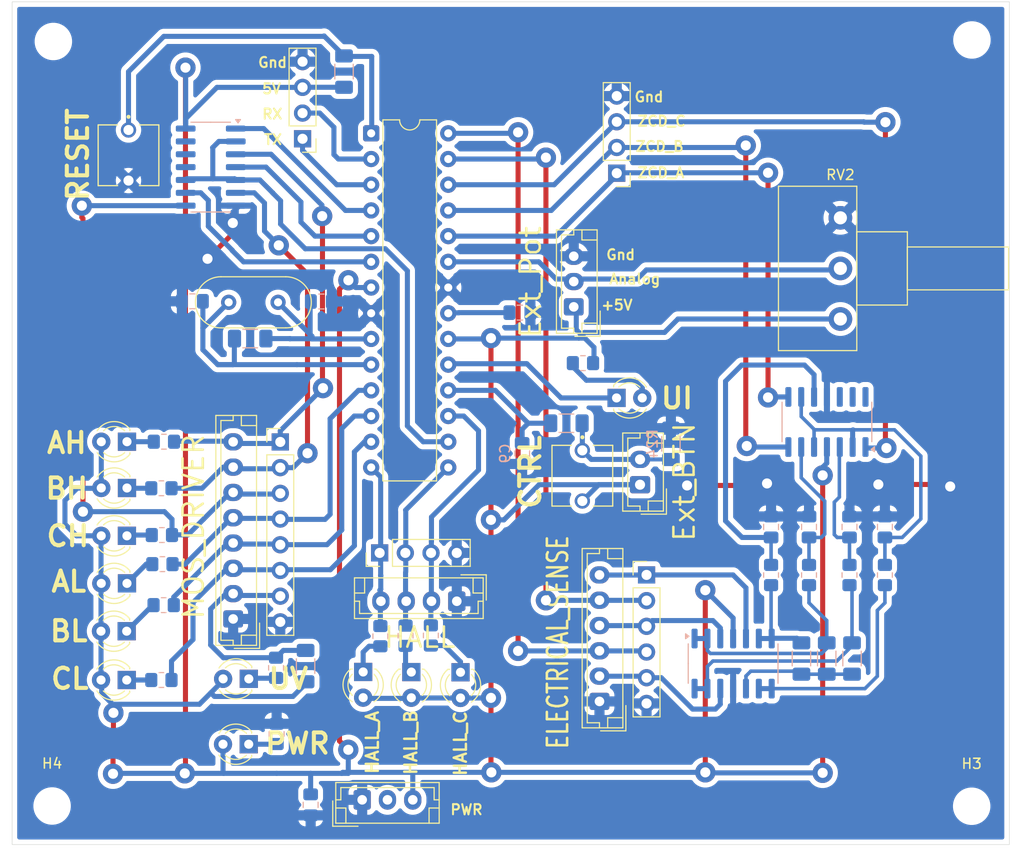
<source format=kicad_pcb>
(kicad_pcb (version 20241229) (generator "pcbnew") (generator_version "9.0")
  (layers (0 "F.Cu" signal) (2 "B.Cu" signal) (13 "F.Paste" user) (15 "B.Paste" user) (5 "F.SilkS" user "F.Silkscreen") (7 "B.SilkS" user "B.Silkscreen") (1 "F.Mask" user) (3 "B.Mask" user) (25 "Edge.Cuts" user))
  (net 0 "")
  (net 1 "GND")
  (net 2 "Net-(U1-XTAL1{slash}PB6)")
  (net 3 "Net-(U1-XTAL2{slash}PB7)")
  (net 4 "VN_voltageBuffFilt")
  (net 5 "AREF")
  (net 6 "Net-(D1-A)")
  (net 7 "Net-(D1-K)")
  (net 8 "HallA")
  (net 9 "Net-(D2-K)")
  (net 10 "Net-(D3-K)")
  (net 11 "HallC")
  (net 12 "HallB")
  (net 13 "Net-(D4-K)")
  (net 14 "Net-(D5-K)")
  (net 15 "Net-(D6-K)")
  (net 16 "Fault")
  (net 17 "PhaseC voltage")
  (net 18 "PhaseA current")
  (net 19 "PhaseB current")
  (net 20 "PhaseA voltage")
  (net 21 "PhaseB voltage")
  (net 22 "+5V")
  (net 23 "+3.3V")
  (net 24 "{slash}Logic_BL")
  (net 25 "{slash}Logic_CH")
  (net 26 "{slash}Logic_BH")
  (net 27 "{slash}Logic_CL")
  (net 28 "{slash}Logic_AH")
  (net 29 "{slash}Logic_AL")
  (net 30 "emfZCD_A")
  (net 31 "emfZCD_B")
  (net 32 "emfZCS_C")
  (net 33 "TX")
  (net 34 "RX")
  (net 35 "pot")
  (net 36 "Net-(U1-~{RESET}{slash}PC6)")
  (net 37 "AG_voltageBuff")
  (net 38 "VN")
  (net 39 "CG_voltageBuff")
  (net 40 "BG_voltageBuff")
  (net 41 "speed")
  (net 42 "MCU_AH")
  (net 43 "MCU_BH")
  (net 44 "MCU_CH")
  (net 48 "Net-(U3C--)")
  (net 49 "Net-(D7-K)")
  (net 50 "Net-(D8-K)")
  (net 51 "Net-(D9-K)")
  (net 52 "Net-(D10-K)")
  (net 53 "Net-(D11-K)")
  (net 54 "Net-(D12-K)")
  (net 55 "Net-(U2B--)")
  (net 56 "Net-(U2A-+)")
  (net 57 "Net-(U2C-+)")
  (net 58 "unconnected-(U2D---Pad13)")
  (net 61 "CTRL_BUTT")
  (net 62 "Net-(J13-Pin_2)")
  (footprint "Connector_PinHeader_2.54mm:PinHeader_1x08_P2.54mm_Vertical" (layer "F.Cu") (at 50.3575 64.935)
    (property "Reference" "J5" (hide yes))
    (property "Value" "Conn_01x08_Pin" (hide yes))
  )
  (footprint "LED_THT:LED_D3.0mm" (layer "F.Cu") (at 47.2375 94.805 180)
    (property "Reference" "D5" (hide yes))
    (property "Value" "PWR")
  )
  (footprint "LED_THT:LED_D3.0mm" (layer "F.Cu") (at 35.2075 64.91 180)
    (property "Reference" "D7" (hide yes))
    (property "Value" "AH")
  )
  (footprint "libMain:SW_BUTT-2" (layer "F.Cu") (at 35.3575 36.605 -90)
    (property "Reference" "SW1" (hide yes))
    (property "Value" "RESET")
  )
  (footprint "Connector_JST:JST_EH_B4B-EH-A_1x04_P2.50mm_Vertical" (layer "F.Cu") (at 67.8 80.675 180)
    (property "Reference" "J1" (hide yes))
    (property "Value" "Conn_01x04_Socket")
  )
  (footprint "Connector_JST:JST_EH_B6B-EH-A_1x06_P2.50mm_Vertical" (layer "F.Cu") (at 81.9 90.575 90)
    (property "Reference" "J2" (hide yes))
    (property "Value" "Conn_01x06_Socket")
  )
  (footprint "LED_THT:LED_D3.0mm" (layer "F.Cu") (at 35.1775 83.635 180)
    (property "Reference" "D11" (hide yes))
    (property "Value" "BL")
  )
  (footprint "Connector_PinHeader_2.54mm:PinHeader_1x04_P2.54mm_Vertical" (layer "F.Cu") (at 83.6075 38.375 180)
    (property "Reference" "J8" (hide yes))
    (property "Value" "Conn_01x04_Pin")
  )
  (footprint "Connector_PinHeader_2.54mm:PinHeader_1x04_P2.54mm_Vertical" (layer "F.Cu") (at 60.175 75.9 90)
    (property "Reference" "J6" (hide yes))
    (property "Value" "Conn_01x04_Pin")
  )
  (footprint "Crystal:Crystal_HC49-4H_Vertical" (layer "F.Cu") (at 45.2575 51.135)
    (property "Reference" "Y2" (hide yes))
    (property "Value" "Crystal")
  )
  (footprint "Connector_PinHeader_2.54mm:PinHeader_1x06_P2.54mm_Vertical" (layer "F.Cu") (at 86.5525 78.075)
    (property "Reference" "J7" (hide yes))
    (property "Value" "Conn_01x06_Pin")
  )
  (footprint "LED_THT:LED_D3.0mm" (layer "F.Cu") (at 35.1825 88.46 180)
    (property "Reference" "D12" (hide yes))
    (property "Value" "CL")
  )
  (footprint "Potentiometer_THT:Potentiometer_Piher_T-16H_Single_Horizontal" (layer "F.Cu") (at 105.7075 52.785)
    (property "Reference" "RV2")
    (property "Value" "R_Potentiometer")
  )
  (footprint "Package_DIP:DIP-28_W7.62mm" (layer "F.Cu") (at 59.3375 34.435)
    (property "Reference" "U1" (hide yes))
    (property "Value" "ATmega328P-P")
  )
  (footprint "Connector_JST:JST_EH_B3B-EH-A_1x03_P2.50mm_Vertical" (layer "F.Cu") (at 79.3575 51.585 90)
    (property "Reference" "J10" (hide yes))
    (property "Value" "Conn_01x03_Socket")
  )
  (footprint "MountingHole:MountingHole_3.2mm_M3" (layer "F.Cu") (at 27.9325 25.36)
    (property "Reference" "H1" (hide yes))
    (property "Value" "MountingHole")
  )
  (footprint "MountingHole:MountingHole_3.2mm_M3" (layer "F.Cu") (at 118.6825 100.935)
    (property "Reference" "H3")
    (property "Value" "MountingHole")
  )
  (footprint "Connector_PinHeader_2.54mm:PinHeader_1x04_P2.54mm_Vertical" (layer "F.Cu") (at 52.5575 34.975 180)
    (property "Reference" "J9" (hide yes))
    (property "Value" "Conn_01x04_Pin")
  )
  (footprint "Connector_JST:JST_EH_B2B-EH-A_1x02_P2.50mm_Vertical" (layer "F.Cu") (at 85.9075 69.16 90)
    (property "Reference" "J13" (hide yes))
    (property "Value" "CTRL")
  )
  (footprint "LED_THT:LED_D3.0mm" (layer "F.Cu") (at 35.2075 69.485 180)
    (property "Reference" "D8" (hide yes))
    (property "Value" "BH")
  )
  (footprint "Connector_JST:JST_EH_B3B-EH-A_1x03_P2.50mm_Vertical" (layer "F.Cu") (at 58.45 100.3)
    (property "Reference" "J3" (hide yes))
    (property "Value" "Conn_01x03_Socket")
  )
  (footprint "LED_THT:LED_D3.0mm" (layer "F.Cu") (at 63.3075 87.675 -90)
    (property "Reference" "D4" (hide yes))
    (property "Value" "HALL_B")
  )
  (footprint "Connector_JST:JST_EH_B8B-EH-A_1x08_P2.50mm_Vertical" (layer "F.Cu") (at 45.7 82.425 90)
    (property "Reference" "J4" (hide yes))
    (property "Value" "Conn_01x08_Socket")
  )
  (footprint "LED_THT:LED_D3.0mm" (layer "F.Cu") (at 47.2475 88.345 180)
    (property "Reference" "D6" (hide yes))
    (property "Value" "UV")
  )
  (footprint "libMain:SW_BUTT-2" (layer "F.Cu") (at 80.2075 68.2705 -90)
    (property "Reference" "SW3" (hide yes))
    (property "Value" "CTRL")
  )
  (footprint "MountingHole:MountingHole_3.2mm_M3" (layer "F.Cu") (at 118.7075 25.21)
    (property "Reference" "H2" (hide yes))
    (property "Value" "MountingHole")
  )
  (footprint "LED_THT:LED_D3.0mm" (layer "F.Cu") (at 83.5875 60.585)
    (property "Reference" "D1" (hide yes))
    (property "Value" "UI")
  )
  (footprint "LED_THT:LED_D3.0mm" (layer "F.Cu") (at 35.2075 78.91 180)
    (property "Reference" "D10" (hide yes))
    (property "Value" "AL")
  )
  (footprint "LED_THT:LED_D3.0mm" (layer "F.Cu") (at 35.2025 74.21 180)
    (property "Reference" "D9" (hide yes))
    (property "Value" "CH")
  )
  (footprint "LED_THT:LED_D3.0mm" (layer "F.Cu") (at 58.5475 87.665 -90)
    (property "Reference" "D2" (hide yes))
    (property "Value" "HALL_A")
  )
  (footprint "MountingHole:MountingHole_3.2mm_M3" (layer "F.Cu") (at 27.8075 100.91)
    (property "Reference" "H4")
    (property "Value" "MountingHole")
  )
  (footprint "LED_THT:LED_D3.0mm" (layer "F.Cu") (at 68.1675 87.695 -90)
    (property "Reference" "D3" (hide yes))
    (property "Value" "HALL_C")
  )
  (footprint "Resistor_SMD:R_1206_3216Metric_Pad1.30x1.75mm_HandSolder" (layer "B.Cu") (at 101.8575 86.335 -90)
    (property "Reference" "R3" (hide yes))
    (property "Value" "10k")
  )
  (footprint "Resistor_SMD:R_1206_3216Metric_Pad1.30x1.75mm_HandSolder" (layer "B.Cu") (at 52.8575 87.085 90)
    (property "Reference" "R22" (hide yes))
    (property "Value" "10k")
  )
  (footprint "Capacitor_SMD:C_0805_2012Metric_Pad1.18x1.45mm_HandSolder" (layer "B.Cu") (at 110.1075 73.335 90)
    (property "Reference" "C3" (hide yes))
    (property "Value" "1u")
  )
  (footprint "Capacitor_SMD:C_0805_2012Metric_Pad1.18x1.45mm_HandSolder" (layer "B.Cu") (at 98.8575 73.335 90)
    (property "Reference" "C4" (hide yes))
    (property "Value" "1u")
  )
  (footprint "Capacitor_SMD:C_0805_2012Metric_Pad1.18x1.45mm_HandSolder" (layer "B.Cu") (at 102.6075 73.335 90)
    (property "Reference" "C5" (hide yes))
    (property "Value" "1u")
  )
  (footprint "Resistor_SMD:R_0805_2012Metric_Pad1.20x1.40mm_HandSolder" (layer "B.Cu") (at 102.6075 78.085 90)
    (property "Reference" "R8" (hide yes))
    (property "Value" "220")
  )
  (footprint "Capacitor_SMD:C_0805_2012Metric_Pad1.18x1.45mm_HandSolder" (layer "B.Cu") (at 54.4175 51.055)
    (property "Reference" "C1" (hide yes))
    (property "Value" "22p")
  )
  (footprint "Capacitor_SMD:C_0805_2012Metric_Pad1.18x1.45mm_HandSolder" (layer "B.Cu") (at 41.67 51.035 180)
    (property "Reference" "C2" (hide yes))
    (property "Value" "22p")
  )
  (footprint "Resistor_SMD:R_1206_3216Metric_Pad1.30x1.75mm_HandSolder" (layer "B.Cu") (at 106.8575 86.335 90)
    (property "Reference" "R4" (hide yes))
    (property "Value" "10k")
  )
  (footprint "Resistor_SMD:R_0805_2012Metric_Pad1.20x1.40mm_HandSolder" (layer "B.Cu") (at 49.9975 93.785 90)
    (property "Reference" "R14" (hide yes))
    (property "Value" "1k")
  )
  (footprint "Resistor_SMD:R_0805_2012Metric_Pad1.20x1.40mm_HandSolder" (layer "B.Cu") (at 62.7375 84.085 90)
    (property "Reference" "R12" (hide yes))
    (property "Value" "1k")
  )
  (footprint "Resistor_SMD:R_0805_2012Metric_Pad1.20x1.40mm_HandSolder" (layer "B.Cu") (at 38.8325 81.06)
    (property "Reference" "R20" (hide yes))
    (property "Value" "1k")
  )
  (footprint "Resistor_SMD:R_0805_2012Metric_Pad1.20x1.40mm_HandSolder" (layer "B.Cu") (at 38.8575 64.91)
    (property "Reference" "R16" (hide yes))
    (property "Value" "1k")
  )
  (footprint "Resistor_SMD:R_1206_3216Metric_Pad1.30x1.75mm_HandSolder" (layer "B.Cu") (at 104.3575 86.335 90)
    (property "Reference" "R5" (hide yes))
    (property "Value" "10k")
  )
  (footprint "Resistor_SMD:R_0805_2012Metric_Pad1.20x1.40mm_HandSolder" (layer "B.Cu") (at 80.2675 57.145 180)
    (property "Reference" "R10" (hide yes))
    (property "Value" "1k")
  )
  (footprint "Resistor_SMD:R_0805_2012Metric_Pad1.20x1.40mm_HandSolder" (layer "B.Cu") (at 98.8575 78.085 90)
    (property "Reference" "R7" (hide yes))
    (property "Value" "220")
  )
  (footprint "Resistor_SMD:R_0805_2012Metric_Pad1.20x1.40mm_HandSolder" (layer "B.Cu") (at 38.6075 88.46)
    (property "Reference" "R21" (hide yes))
    (property "Value" "1k")
  )
  (footprint "Package_SO:SOIC-14_3.9x8.7mm_P1.27mm" (layer "B.Cu") (at 43.4825 37.775 180)
    (property "Reference" "U4" (hide yes))
    (property "Value" "7400")
  )
  (footprint "Resistor_SMD:R_0805_2012Metric_Pad1.20x1.40mm_HandSolder" (layer "B.Cu") (at 38.7075 77.01)
    (property "Reference" "R19" (hide yes))
    (property "Value" "1k")
  )
  (footprint "Resistor_SMD:R_0805_2012Metric_Pad1.20x1.40mm_HandSolder" (layer "B.Cu") (at 60.2475 84.125 90)
    (property "Reference" "R13" (hide yes))
    (property "Value" "1k")
  )
  (footprint "Resistor_SMD:R_0805_2012Metric_Pad1.20x1.40mm_HandSolder" (layer "B.Cu") (at 106.6075 78.085 90)
    (property "Reference" "R9" (hide yes))
    (property "Value" "220")
  )
  (footprint "Capacitor_SMD:C_0805_2012Metric_Pad1.18x1.45mm_HandSolder" (layer "B.Cu") (at 74.0375 52.155)
    (property "Reference" "C7" (hide yes))
    (property "Value" "1u")
  )
  (footprint "Resistor_SMD:R_0805_2012Metric_Pad1.20x1.40mm_HandSolder" (layer "B.Cu") (at 110.1075 78.085 90)
    (property "Reference" "R6" (hide yes))
    (property "Value" "220")
  )
  (footprint "Capacitor_SMD:C_0805_2012Metric_Pad1.18x1.45mm_HandSolder" (layer "B.Cu") (at 106.6075 73.335 90)
    (property "Reference" "C6" (hide yes))
    (property "Value" "1u")
  )
  (footprint "Resistor_SMD:R_1206_3216Metric_Pad1.30x1.75mm_HandSolder" (layer "B.Cu") (at 88.9575 65.12 -90)
    (property "Reference" "R24")
    (property "Value" "10k")
  )
  (footprint "Package_SO:SOIC-14_3.9x8.7mm_P1.27mm" (layer "B.Cu") (at 95.1075 86.835 -90)
    (property "Reference" "U3" (hide yes))
    (property "Value" "LM324")
  )
  (footprint "Capacitor_SMD:C_0805_2012Metric_Pad1.18x1.45mm_HandSolder" (layer "B.Cu") (at 53.3575 100.7975 -90)
    (property "Reference" "C8" (hide yes))
    (property "Value" "10u")
  )
  (footprint "Capacitor_SMD:C_0805_2012Metric_Pad1.18x1.45mm_HandSolder" (layer "B.Cu") (at 74.2575 66.0725 -90)
    (property "Reference" "C9")
    (property "Value" "100n")
  )
  (footprint "Resistor_SMD:R_1206_3216Metric_Pad1.30x1.75mm_HandSolder" (layer "B.Cu") (at 56.6575 28.335 90)
    (property "Reference" "R2" (hide yes))
    (property "Value" "10k")
  )
  (footprint "Resistor_SMD:R_0805_2012Metric_Pad1.20x1.40mm_HandSolder" (layer "B.Cu") (at 49.9375 87.255 90)
    (property "Reference" "R15" (hide yes))
    (property "Value" "1k")
  )
  (footprint "Resistor_SMD:R_0805_2012Metric_Pad1.20x1.40mm_HandSolder" (layer "B.Cu") (at 38.6075 69.51)
    (property "Reference" "R17" (hide yes))
    (property "Value" "1k")
  )
  (footprint "Resistor_SMD:R_0805_2012Metric_Pad1.20x1.40mm_HandSolder" (layer "B.Cu") (at 38.6575 74.135)
    (property "Reference" "R18" (hide yes))
    (property "Value" "1k")
  )
  (footprint "Resistor_SMD:R_0805_2012Metric_Pad1.20x1.40mm_HandSolder" (layer "B.Cu") (at 65.2375 84.055 90)
    (property "Reference" "R11" (hide yes))
    (property "Value" "1k")
  )
  (footprint "Resistor_SMD:R_1206_3216Metric_Pad1.30x1.75mm_HandSolder" (layer "B.Cu") (at 78.6325 63.085)
    (property "Reference" "R23" (hide yes))
    (property "Value" "10k")
  )
  (footprint "Resistor_SMD:R_1206_3216Metric_Pad1.30x1.75mm_HandSolder" (layer "B.Cu") (at 47.3825 54.72 180)
    (property "Reference" "R1" (hide yes))
    (property "Value" "1M")
  )
  (footprint "Package_SO:SOIC-14_3.9x8.7mm_P1.27mm" (layer "B.Cu") (at 104.3775 62.96 90)
    (property "Reference" "U2" (hide yes))
    (property "Value" "LM324")
  )
  (gr_rect (start 23.8575 21.44) (end 122.4075 104.72) (stroke (width 0.05)) (fill no) (layer "Edge.Cuts"))
  (gr_text "RX" (at 48.4575 33.12 0) (layer "F.SilkS") (effects (font (size 1 1) (thickness 0.2) (bold yes)) (justify left bottom)))
  (gr_text "TX" (at 48.6575 35.64 0) (layer "F.SilkS") (effects (font (size 1 1) (thickness 0.2) (bold yes)) (justify left bottom)))
  (gr_text "Analog" (at 82.7575 49.42 0) (layer "F.SilkS") (effects (font (size 1 1) (thickness 0.2) (bold yes)) (justify left bottom)))
  (gr_text "ZCD_C" (at 85.5575 33.82 0) (layer "F.SilkS") (effects (font (size 1 1) (thickness 0.2) (bold yes)) (justify left bottom)))
  (gr_text "Gnd" (at 82.4575 47.02 0) (layer "F.SilkS") (effects (font (size 1 1) (thickness 0.2) (bold yes)) (justify left bottom)))
  (gr_text "5V" (at 48.4575 30.62 0) (layer "F.SilkS") (effects (font (size 1 1) (thickness 0.2) (bold yes)) (justify left bottom)))
  (gr_text "ZCD_A\n" (at 85.5575 38.92 0) (layer "F.SilkS") (effects (font (size 1 1) (thickness 0.2) (bold yes)) (justify left bottom)))
  (gr_text "Ext_BTN" (at 91.4575 74.92 90) (layer "F.SilkS") (effects (font (size 2 2) (thickness 0.25)) (justify left bottom)))
  (gr_text "Ext_Pot" (at 76.2575 54.82 90) (layer "F.SilkS") (effects (font (size 2 2) (thickness 0.25)) (justify left bottom)))
  (gr_text "ZCD_B" (at 85.3575 36.32 0) (layer "F.SilkS") (effects (font (size 1 1) (thickness 0.2) (bold yes)) (justify left bottom)))
  (gr_text "Gnd" (at 85.2575 31.42 0) (layer "F.SilkS") (effects (font (size 1 1) (thickness 0.2) (bold yes)) (justify left bottom)))
  (gr_text "PWR" (at 67.0575 101.86 0) (layer "F.SilkS") (effects (font (size 1 1) (thickness 0.2) (bold yes)) (justify left bottom)))
  (gr_text "Gnd" (at 48.0575 28.02 0) (layer "F.SilkS") (effects (font (size 1 1) (thickness 0.2) (bold yes)) (justify left bottom)))
  (gr_text "ELECTRICAL_SENSE" (at 78.9575 95.42 90) (layer "F.SilkS") (effects (font (size 2 1.5) (thickness 0.25)) (justify left bottom)))
  (gr_text "HALL" (at 60.4575 85.42 0) (layer "F.SilkS") (effects (font (size 2 2) (thickness 0.25)) (justify left bottom)))
  (gr_text "+5V" (at 81.9675 51.995 0) (layer "F.SilkS") (effects (font (size 1 1) (thickness 0.2) (bold yes)) (justify left bottom)))
  (gr_text "MOS_DRIVER" (at 42.9575 82.62 90) (layer "F.SilkS") (effects (font (size 2 2) (thickness 0.25)) (justify left bottom)))
  (segment (start 90.5575 69.235) (end 98.2575 69.235) (width 0.5) (layer "F.Cu") (net 1))
  (segment (start 109.4575 69.135) (end 116.3575 69.135) (width 0.5) (layer "F.Cu") (net 1))
  (segment (start 116.3575 69.135) (end 116.5575 69.335) (width 0.5) (layer "F.Cu") (net 1))
  (segment (start 45.6675 44.335) (end 43.1675 46.835) (width 0.5) (layer "F.Cu") (net 1))
  (segment (start 98.2575 69.235) (end 98.4575 69.035) (width 0.5) (layer "F.Cu") (net 1))
  (segment (start 45.6675 43.295) (end 45.6675 44.335) (width 0.5) (layer "F.Cu") (net 1))
  (via (at 98.4575 69.035) (size 2) (drill 1) (layers "F.Cu" "B.Cu") (net 1))
  (via (at 43.1675 46.835) (size 2) (drill 1) (layers "F.Cu" "B.Cu") (net 1))
  (via (at 45.6675 43.295) (size 2) (drill 1) (layers "F.Cu" "B.Cu") (net 1))
  (via (at 90.5575 69.235) (size 2) (drill 1) (layers "F.Cu" "B.Cu") (net 1))
  (via (at 116.5575 69.335) (size 2) (drill 1) (layers "F.Cu" "B.Cu") (net 1))
  (via (at 109.4575 69.135) (size 2) (drill 1) (layers "F.Cu" "B.Cu") (net 1))
  (segment (start 86.3625 90.585) (end 86.5525 90.775) (width 0.5) (layer "B.Cu") (net 1))
  (segment (start 82.3125 90.585) (end 86.3625 90.585) (width 0.5) (layer "B.Cu") (net 1))
  (segment (start 45.6675 42.23) (end 46.3125 41.585) (width 0.5) (layer "B.Cu") (net 1))
  (segment (start 45.6675 43.295) (end 45.6675 42.23) (width 0.5) (layer "B.Cu") (net 1))
  (segment (start 53.515 54.755) (end 53.495 54.735) (width 0.5) (layer "B.Cu") (net 2))
  (segment (start 53.3075 54.5475) (end 53.495 54.735) (width 0.5) (layer "B.Cu") (net 2))
  (segment (start 53.3075 51.035) (end 53.3075 54.5475) (width 0.5) (layer "B.Cu") (net 2))
  (segment (start 53.495 54.4925) (end 50.1375 51.135) (width 0.5) (layer "B.Cu") (net 2))
  (segment (start 51.2925 54.72) (end 51.3075 54.735) (width 0.5) (layer "B.Cu") (net 2))
  (segment (start 53.495 54.735) (end 53.495 54.4925) (width 0.5) (layer "B.Cu") (net 2))
  (segment (start 48.9325 54.72) (end 51.2925 54.72) (width 0.5) (layer "B.Cu") (net 2))
  (segment (start 51.3075 54.735) (end 53.495 54.735) (width 0.5) (layer "B.Cu") (net 2))
  (segment (start 59.3375 54.755) (end 53.515 54.755) (width 0.5) (layer "B.Cu") (net 2))
  (segment (start 45.6825 57.295) (end 44.18 57.295) (width 0.5) (layer "B.Cu") (net 3))
  (segment (start 45.8175 54.735) (end 45.8175 57.16) (width 0.5) (layer "B.Cu") (net 3))
  (segment (start 45.0575 50.935) (end 45.2575 51.135) (width 0.5) (layer "B.Cu") (net 3))
  (segment (start 44.18 57.295) (end 42.7075 55.8225) (width 0.5) (layer "B.Cu") (net 3))
  (segment (start 51.9975 57.295) (end 44.18 57.295) (width 0.5) (layer "B.Cu") (net 3))
  (segment (start 42.7075 53.6475) (end 42.7075 51.035) (width 0.5) (layer "B.Cu") (net 3))
  (segment (start 45.8325 54.72) (end 45.8175 54.735) (width 0.5) (layer "B.Cu") (net 3))
  (segment (start 45.8175 57.16) (end 45.6825 57.295) (width 0.5) (layer "B.Cu") (net 3))
  (segment (start 42.7075 53.685) (end 45.2575 51.135) (width 0.5) (layer "B.Cu") (net 3))
  (segment (start 42.7075 55.8225) (end 42.7075 53.685) (width 0.5) (layer "B.Cu") (net 3))
  (segment (start 59.3375 57.295) (end 51.9975 57.295) (width 0.5) (layer "B.Cu") (net 3))
  (segment (start 113.6575 72.535) (end 111.82 74.3725) (width 0.35) (layer "B.Cu") (net 4))
  (segment (start 111.0575 63.735) (end 113.6575 66.335) (width 0.35) (layer "B.Cu") (net 4))
  (segment (start 113.6575 66.335) (end 113.6575 72.535) (width 0.35) (layer "B.Cu") (net 4))
  (segment (start 106.9575 63.735) (end 111.0575 63.735) (width 0.35) (layer "B.Cu") (net 4))
  (segment (start 106.6675 63.735) (end 106.9575 63.735) (width 0.35) (layer "B.Cu") (net 4))
  (segment (start 103.3575 63.735) (end 103.1575 63.735) (width 0.35) (layer "B.Cu") (net 4))
  (segment (start 106.9175 63.775) (end 106.9575 63.735) (width 0.5) (layer "B.Cu") (net 4))
  (segment (start 103.1075 63.785) (end 103.1575 63.735) (width 0.35) (layer "B.Cu") (net 4))
  (segment (start 106.6675 63.735) (end 103.3575 63.735) (width 0.35) (layer "B.Cu") (net 4))
  (segment (start 103.1075 65.435) (end 103.1075 63.785) (width 0.35) (layer "B.Cu") (net 4))
  (segment (start 111.82 74.3725) (end 110.1075 74.3725) (width 0.35) (layer "B.Cu") (net 4))
  (segment (start 101.8375 62.415) (end 103.1575 63.735) (width 0.35) (layer "B.Cu") (net 4))
  (segment (start 101.8375 60.485) (end 101.8375 62.415) (width 0.35) (layer "B.Cu") (net 4))
  (segment (start 106.9175 65.435) (end 106.9175 63.775) (width 0.5) (layer "B.Cu") (net 4))
  (segment (start 110.1075 74.3725) (end 110.1075 77.085) (width 0.35) (layer "B.Cu") (net 4))
  (segment (start 73 52.155) (end 68.0075 52.155) (width 0.5) (layer "B.Cu") (net 5))
  (segment (start 67.9875 52.175) (end 66.9975 52.175) (width 0.5) (layer "B.Cu") (net 5))
  (segment (start 66.9975 52.175) (end 66.9575 52.215) (width 0.5) (layer "B.Cu") (net 5))
  (segment (start 79.2675 57.495) (end 79.2675 57.145) (width 0.5) (layer "B.Cu") (net 6))
  (segment (start 80.6075 58.835) (end 79.2675 57.495) (width 0.5) (layer "B.Cu") (net 6))
  (segment (start 86.1275 59.605) (end 85.3575 58.835) (width 0.5) (layer "B.Cu") (net 6))
  (segment (start 85.3575 58.835) (end 80.6075 58.835) (width 0.5) (layer "B.Cu") (net 6))
  (segment (start 86.1275 60.585) (end 86.1275 59.605) (width 0.5) (layer "B.Cu") (net 6))
  (segment (start 78.1075 60.585) (end 74.7275 57.205) (width 0.5) (layer "B.Cu") (net 7))
  (segment (start 74.6175 57.205) (end 74.1075 57.205) (width 0.5) (layer "B.Cu") (net 7))
  (segment (start 74.1075 57.205) (end 67.0475 57.205) (width 0.5) (layer "B.Cu") (net 7))
  (segment (start 83.5875 60.585) (end 78.1075 60.585) (width 0.5) (layer "B.Cu") (net 7))
  (segment (start 74.7275 57.205) (end 74.1075 57.205) (width 0.5) (layer "B.Cu") (net 7))
  (segment (start 67.0475 57.205) (end 66.9575 57.295) (width 0.5) (layer "B.Cu") (net 7))
  (segment (start 60.2675 68.385) (end 60.2775 68.395) (width 0.5) (layer "B.Cu") (net 8))
  (segment (start 60.2875 79.495) (end 60.1975 79.585) (width 0.5) (layer "B.Cu") (net 8))
  (segment (start 60.1975 79.585) (end 60.2375 79.625) (width 0.5) (layer "B.Cu") (net 8))
  (segment (start 59.3375 67.455) (end 60.2675 68.385) (width 0.5) (layer "B.Cu") (net 8))
  (segment (start 60.2375 79.625) (end 60.2375 80.595) (width 0.5) (layer "B.Cu") (net 8))
  (segment (start 60.2875 78.135) (end 60.2875 79.495) (width 0.5) (layer "B.Cu") (net 8))
  (segment (start 60.2775 78.125) (end 60.2875 78.135) (width 0.5) (layer "B.Cu") (net 8))
  (segment (start 60.2475 83.125) (end 60.2475 80.605) (width 0.5) (layer "B.Cu") (net 8))
  (segment (start 60.2775 68.395) (end 60.2775 78.125) (width 0.5) (layer "B.Cu") (net 8))
  (segment (start 60.2475 80.605) (end 60.2375 80.595) (width 0.5) (layer "B.Cu") (net 8))
  (segment (start 59.1275 85.125) (end 58.5475 85.705) (width 0.5) (layer "B.Cu") (net 9))
  (segment (start 60.2475 85.125) (end 59.1275 85.125) (width 0.5) (layer "B.Cu") (net 9))
  (segment (start 58.5475 85.705) (end 58.5475 87.665) (width 0.5) (layer "B.Cu") (net 9))
  (segment (start 65.2375 85.055) (end 66.5575 85.055) (width 0.5) (layer "B.Cu") (net 10))
  (segment (start 68.1675 86.665) (end 68.1675 87.695) (width 0.5) (layer "B.Cu") (net 10))
  (segment (start 66.5575 85.055) (end 68.1675 86.665) (width 0.5) (layer "B.Cu") (net 10))
  (segment (start 65.2875 80.545) (end 65.2375 80.595) (width 0.5) (layer "B.Cu") (net 11))
  (segment (start 68.4875 62.375) (end 69.9475 63.835) (width 0.5) (layer "B.Cu") (net 11))
  (segment (start 65.2375 80.595) (end 65.2375 83.055) (width 0.5) (layer "B.Cu") (net 11))
  (segment (start 66.9575 62.375) (end 68.4875 62.375) (width 0.5) (layer "B.Cu") (net 11))
  (segment (start 65.2975 74.725) (end 65.2875 74.735) (width 0.5) (layer "B.Cu") (net 11))
  (segment (start 69.9475 63.835) (end 69.9475 67.705) (width 0.5) (layer "B.Cu") (net 11))
  (segment (start 65.2875 74.735) (end 65.2875 80.545) (width 0.5) (layer "B.Cu") (net 11))
  (segment (start 65.2975 72.355) (end 65.2975 74.725) (width 0.5) (layer "B.Cu") (net 11))
  (segment (start 69.9475 67.705) (end 65.2975 72.355) (width 0.5) (layer "B.Cu") (net 11))
  (segment (start 62.7575 71.675) (end 62.7475 71.665) (width 0.5) (layer "B.Cu") (net 12))
  (segment (start 62.7375 83.085) (end 62.7375 80.595) (width 0.5) (layer "B.Cu") (net 12))
  (segment (start 62.7375 80.595) (end 62.7375 77.835) (width 0.5) (layer "B.Cu") (net 12))
  (segment (start 62.7475 71.665) (end 66.9575 67.455) (width 0.5) (layer "B.Cu") (net 12))
  (segment (start 62.7575 77.755) (end 62.7575 71.675) (width 0.5) (layer "B.Cu") (net 12))
  (segment (start 62.7375 87.105) (end 62.7375 85.085) (width 0.5) (layer "B.Cu") (net 13))
  (segment (start 63.3075 87.675) (end 62.7375 87.105) (width 0.5) (layer "B.Cu") (net 13))
  (segment (start 49.9775 94.805) (end 49.9975 94.785) (width 0.5) (layer "B.Cu") (net 14))
  (segment (start 47.2375 94.805) (end 49.9775 94.805) (width 0.5) (layer "B.Cu") (net 14))
  (segment (start 49.7075 88.285) (end 47.3075 88.285) (width 0.5) (layer "B.Cu") (net 15))
  (segment (start 47.3075 88.285) (end 47.2475 88.345) (width 0.5) (layer "B.Cu") (net 15))
  (segment (start 45.7325 80.105) (end 50.3375 80.105) (width 0.5) (layer "B.Cu") (net 16))
  (segment (start 50.3375 80.105) (end 50.3575 80.085) (width 0.5) (layer "B.Cu") (net 16))
  (segment (start 52.8575 85.535) (end 50.6575 85.535) (width 0.5) (layer "B.Cu") (net 16))
  (segment (start 50.4175 80.115) (end 50.3575 80.175) (width 0.5) (layer "B.Cu") (net 16))
  (segment (start 46.2825 80.06) (end 44.8625 80.06) (width 0.5) (layer "B.Cu") (net 16))
  (segment (start 43.4775 85.005) (end 44.7275 86.255) (width 0.5) (layer "B.Cu") (net 16))
  (segment (start 50.6575 85.535) (end 49.9375 86.255) (width 0.5) (layer "B.Cu") (net 16))
  (segment (start 43.4775 81.445) (end 43.4775 85.005) (width 0.5) (layer "B.Cu") (net 16))
  (segment (start 44.7275 86.255) (end 49.9375 86.255) (width 0.5) (layer "B.Cu") (net 16))
  (segment (start 44.8625 80.06) (end 43.4775 81.445) (width 0.5) (layer "B.Cu") (net 16))
  (segment (start 91.1075 91.335) (end 88.0075 88.235) (width 0.5) (layer "B.Cu") (net 17))
  (segment (start 93.8375 90.855) (end 93.3575 91.335) (width 0.5) (layer "B.Cu") (net 17))
  (segment (start 93.3575 91.335) (end 91.1075 91.335) (width 0.5) (layer "B.Cu") (net 17))
  (segment (start 86.4025 88.085) (end 86.5525 88.235) (width 0.5) (layer "B.Cu") (net 17))
  (segment (start 93.8375 89.31) (end 93.8375 90.855) (width 0.5) (layer "B.Cu") (net 17))
  (segment (start 82.3125 88.085) (end 86.4025 88.085) (width 0.5) (layer "B.Cu") (net 17))
  (segment (start 88.0075 88.235) (end 86.5525 88.235) (width 0.5) (layer "B.Cu") (net 17))
  (segment (start 76.6075 80.585) (end 76.6075 36.835) (width 0.5) (layer "F.Cu") (net 18))
  (via (at 76.6075 36.835) (size 2) (drill 1) (layers "F.Cu" "B.Cu") (net 18))
  (via (at 76.6075 80.585) (size 2) (drill 1) (layers "F.Cu" "B.Cu") (net 18))
  (segment (start 86.5225 80.585) (end 86.5525 80.615) (width 0.5) (layer "B.Cu") (net 18))
  (segment (start 66.9575 36.975) (end 76.4675 36.975) (width 0.5) (layer "B.Cu") (net 18))
  (segment (start 82.3125 80.585) (end 76.6075 80.585) (width 0.5) (layer "B.Cu") (net 18))
  (segment (start 76.4675 36.975) (end 76.6075 36.835) (width 0.5) (layer "B.Cu") (net 18))
  (segment (start 82.3125 80.585) (end 86.5225 80.585) (width 0.5) (layer "B.Cu") (net 18))
  (segment (start 73.8575 34.335) (end 73.8575 85.585) (width 0.5) (layer "F.Cu") (net 19))
  (via (at 73.8575 85.585) (size 2) (drill 1) (layers "F.Cu" "B.Cu") (net 19))
  (via (at 73.8575 34.335) (size 2) (drill 1) (layers "F.Cu" "B.Cu") (net 19))
  (segment (start 73.7575 34.435) (end 66.9575 34.435) (width 0.5) (layer "B.Cu") (net 19))
  (segment (start 86.4425 85.585) (end 86.5525 85.695) (width 0.5) (layer "B.Cu") (net 19))
  (segment (start 82.3125 85.585) (end 86.4425 85.585) (width 0.5) (layer "B.Cu") (net 19))
  (segment (start 73.8575 85.585) (end 82.3125 85.585) (width 0.5) (layer "B.Cu") (net 19))
  (segment (start 73.8575 34.335) (end 73.7575 34.435) (width 0.5) (layer "B.Cu") (net 19))
  (segment (start 82.3125 78.085) (end 86.5425 78.085) (width 0.5) (layer "B.Cu") (net 20))
  (segment (start 96.3775 84.36) (end 96.3775 79.355) (width 0.5) (layer "B.Cu") (net 20))
  (segment (start 95.0975 78.075) (end 86.5525 78.075) (width 0.5) (layer "B.Cu") (net 20))
  (segment (start 96.3775 79.355) (end 95.0975 78.075) (width 0.5) (layer "B.Cu") (net 20))
  (segment (start 86.5425 78.085) (end 86.5525 78.075) (width 0.5) (layer "B.Cu") (net 20))
  (segment (start 93.1075 82.585) (end 87.1225 82.585) (width 0.5) (layer "B.Cu") (net 21))
  (segment (start 86.4825 83.085) (end 86.5525 83.155) (width 0.5) (layer "B.Cu") (net 21))
  (segment (start 93.8375 83.315) (end 93.1075 82.585) (width 0.5) (layer "B.Cu") (net 21))
  (segment (start 87.1225 82.585) (end 86.5525 83.155) (width 0.5) (layer "B.Cu") (net 21))
  (segment (start 82.3125 83.085) (end 86.4825 83.085) (width 0.5) (layer "B.Cu") (net 21))
  (segment (start 93.8375 84.36) (end 93.8375 83.315) (width 0.5) (layer "B.Cu") (net 21))
  (segment (start 33.8675 91.705) (end 33.8675 93.845) (width 0.5) (layer "F.Cu") (net 22))
  (segment (start 40.9875 27.945) (end 40.9875 97.615) (width 0.5) (layer "F.Cu") (net 22))
  (segment (start 40.9875 97.615) (end 40.9175 97.685) (width 0.5) (layer "F.Cu") (net 22))
  (segment (start 33.8675 93.845) (end 33.8275 93.885) (width 0.5) (layer "F.Cu") (net 22))
  (segment (start 56.2075 49.835) (end 56.2075 94.485) (width 0.5) (layer "F.Cu") (net 22))
  (segment (start 33.8275 93.885) (end 33.8275 97.725) (width 0.5) (layer "F.Cu") (net 22))
  (segment (start 71.1775 90.225) (end 71.1775 97.545) (width 0.5) (layer "F.Cu") (net 22))
  (segment (start 71.1775 72.635) (end 71.1775 54.675) (width 0.5) (layer "F.Cu") (net 22))
  (segment (start 92.3575 79.585) (end 92.3575 97.585) (width 0.5) (layer "F.Cu") (net 22))
  (segment (start 57.0875 48.955) (end 56.2075 49.835) (width 0.5) (layer "F.Cu") (net 22))
  (segment (start 103.9575 68.235) (end 103.9575 97.635) (width 0.5) (layer "F.Cu") (net 22))
  (segment (start 56.2075 94.485) (end 57.0775 95.355) (width 0.5) (layer "F.Cu") (net 22))
  (segment (start 71.1775 97.545) (end 71.2175 97.585) (width 0.5) (layer "F.Cu") (net 22))
  (segment (start 71.1775 72.635) (end 71.1775 90.225) (width 0.5) (layer "F.Cu") (net 22))
  (via (at 57.0775 95.355) (size 2) (drill 1) (layers "F.Cu" "B.Cu") (net 22))
  (via (at 40.9175 97.685) (size 2) (drill 1) (layers "F.Cu" "B.Cu") (net 22))
  (via (at 33.8275 97.725) (size 2) (drill 1) (layers "F.Cu" "B.Cu") (net 22))
  (via (at 92.3575 79.585) (size 2) (drill 1) (layers "F.Cu" "B.Cu") (net 22))
  (via (at 92.3575 97.585) (size 2) (drill 1) (layers "F.Cu" "B.Cu") (net 22))
  (via (at 71.2175 97.585) (size 2) (drill 1) (layers "F.Cu" "B.Cu") (net 22))
  (via (at 71.1775 90.225) (size 2) (drill 1) (layers "F.Cu" "B.Cu") (net 22))
  (via (at 103.9575 97.635) (size 2) (drill 1) (layers "F.Cu" "B.Cu") (net 22))
  (via (at 33.8675 91.705) (size 2) (drill 1) (layers "F.Cu" "B.Cu") (net 22))
  (via (at 57.0875 48.955) (size 2) (drill 1) (layers "F.Cu" "B.Cu") (net 22))
  (via (at 71.1775 54.675) (size 2) (drill 1) (layers "F.Cu" "B.Cu") (net 22))
  (via (at 40.9875 27.945) (size 2) (drill 1) (layers "F.Cu" "B.Cu") (net 22))
  (via (at 71.1775 72.635) (size 2) (drill 1) (layers "F.Cu" "B.Cu") (net 22))
  (via (at 103.9575 68.235) (size 2) (drill 1) (layers "F.Cu" "B.Cu") (net 22))
  (segment (start 89.6575 52.785) (end 88.3325 54.11) (width 0.5) (layer "B.Cu") (net 22))
  (segment (start 79.6075 51.335) (end 79.6075 53.835) (width 0.5) (layer "B.Cu") (net 22))
  (segment (start 71.1975 72.635) (end 72.4575 72.635) (width 0.5) (layer "B.Cu") (net 22))
  (segment (start 105.7075 52.785) (end 89.6575 52.785) (width 0.5) (layer "B.Cu") (net 22))
  (segment (start 43.8575 90.085) (end 43.4975 89.725) (width 0.5) (layer "B.Cu") (net 22))
  (segment (start 103.9575 97.635) (end 92.4075 97.635) (width 0.5) (layer "B.Cu") (net 22))
  (segment (start 81.3575 55.585) (end 81.3575 57.055) (width 0.5) (layer "B.Cu") (net 22))
  (segment (start 33.7875 90.855) (end 32.7075 89.775) (width 0.5) (layer "B.Cu") (net 22))
  (segment (start 44.6975 94.805) (end 44.6975 97.625) (width 0.5) (layer "B.Cu") (net 22))
  (segment (start 57.0775 97.685) (end 56.4275 97.685) (width 0.5) (layer "B.Cu") (net 22))
  (segment (start 44.0975 29.895) (end 52.5575 29.895) (width 0.5) (layer "B.Cu") (net 22))
  (segment (start 32.7075 89.775) (end 32.7075 88.525) (width 0.5) (layer "B.Cu") (net 22))
  (segment (start 30.9475 69.515) (end 32.6375 69.515) (width 0.5) (layer "B.Cu") (net 22))
  (segment (start 57.0775 95.355) (end 57.0775 97.685) (width 0.5) (layer "B.Cu") (net 22))
  (segment (start 79.8575 54.675) (end 80.4475 54.675) (width 0.5) (layer "B.Cu") (net 22))
  (segment (start 30.2325 74.21) (end 29.0775 73.055) (width 0.5) (layer "B.Cu") (net 22))
  (segment (start 51.6075 90.085) (end 43.8575 90.085) (width 0.5) (layer "B.Cu") (net 22))
  (segment (start 79.6075 53.835) (end 80.4475 54.675) (width 0.5) (layer "B.Cu") (net 22))
  (segment (start 29.0775 73.055) (end 29.0775 70.715) (width 0.5) (layer "B.Cu") (net 22))
  (segment (start 44.7075 88.345) (end 44.7075 88.515) (width 0.5) (layer "B.Cu") (net 22))
  (segment (start 81.818 69.16) (end 80.2075 70.7705) (width 0.5) (layer "B.Cu") (net 22))
  (segment (start 75.9325 69.16) (end 85.9075 69.16) (width 0.5) (layer "B.Cu") (net 22))
  (segment (start 92.4075 97.635) (end 92.3575 97.585) (width 0.5) (layer "B.Cu") (net 22))
  (segment (start 30.2975 69.495) (end 30.9275 69.495) (width 0.5) (layer "B.Cu") (net 22))
  (segment (start 92.3575 97.585) (end 71.2175 97.585) (width 0.5) (layer "B.Cu") (net 22))
  (segment (start 32.6425 74.23) (end 32.6625 74.21) (width 0.5) (layer "B.Cu") (net 22))
  (segment (start 29.0775 70.715) (end 30.2975 69.495) (width 0.5) (layer "B.Cu") (net 22))
  (segment (start 71.1775 72.615) (end 71.1975 72.635) (width 0.5) (layer "B.Cu") (net 22))
  (segment (start 42.3675 90.855) (end 33.7875 90.855) (width 0.5) (layer "B.Cu") (net 22))
  (segment (start 32.6675 69.485) (end 32.6675 64.91) (width 0.5) (layer "B.Cu") (net 22))
  (segment (start 44.7075 88.515) (end 43.4975 89.725) (width 0.5) (layer "B.Cu") (net 22))
  (segment (start 62.7275 90.275) (end 62.7375 90.265) (width 0.5) (layer "B.Cu") (net 22))
  (segment (start 44.6975 97.625) (end 44.7575 97.685) (width 0.5) (layer "B.Cu") (net 22))
  (segment (start 104.3575 67.035) (end 103.9575 67.435) (width 0.5) (layer "B.Cu") (net 22))
  (segment (start 30.9275 69.495) (end 30.9475 69.515) (width 0.5) (layer "B.Cu") (net 22))
  (segment (start 57.0875 48.955) (end 57.8075 49.675) (width 0.5) (layer "B.Cu") (net 22))
  (segment (start 33.8675 97.685) (end 33.8275 97.725) (width 0.5) (layer "B.Cu") (net 22))
  (segment (start 32.6375 69.515) (end 32.6675 69.485) (width 0.5) (layer "B.Cu") (net 22))
  (segment (start 63.45 100.3) (end 63.45 97.635) (width 0.5) (layer "B.Cu") (net 22))
  (segment (start 103.9575 67.435) (end 103.9575 68.235) (width 0.5) (layer "B.Cu") (net 22))
  (segment (start 81.3575 57.055) (end 81.2675 57.145) (width 0.5) (layer "B.Cu") (net 22))
  (segment (start 71.2175 97.585) (end 56.5275 97.585) (width 0.5) (layer "B.Cu") (net 22))
  (segment (start 67.6375 90.235) (end 62.7675 90.235) (width 0.5) (layer "B.Cu") (net 22))
  (segment (start 71.1775 54.675) (end 79.8575 54.675) (width 0.5) (layer "B.Cu") (net 22))
  (segment (start 95.1075 84.36) (end 95.1075 82.335) (width 0.5) (layer "B.Cu") (net 22))
  (segment (start 80.4225 54.11) (end 79.8575 54.675) (width 0.5) (layer "B.Cu") (net 22))
  (segment (start 71.1775 72.635) (end 71.1775 72.615) (width 0.5) (layer "B.Cu") (net 22))
  (segment (start 85.9075 69.16) (end 81.818 69.16) (width 0.5) (layer "B.Cu") (net 22))
  (segment (start 62.7675 90.235) (end 62.7375 90.265) (width 0.5) (layer "B.Cu") (net 22))
  (segment (start 104.3575 65.455) (end 104.3575 67.035) (width 0.5) (layer "B.Cu") (net 22))
  (segment (start 41.0075 33.965) (end 41.0075 32.985) (width 0.5) (layer "B.Cu") (net 22))
  (segment (start 95.1075 82.335) (end 92.3575 79.585) (width 0.5) (layer "B.Cu") (net 22))
  (segment (start 52.8575 88.835) (end 51.6075 90.085) (width 0.5) (layer "B.Cu") (net 22))
  (segment (start 57.9075 90.275) (end 62.7275 90.275) (width 0.5) (layer "B.Cu") (net 22))
  (segment (start 70.4575 54.755) (end 70.4875 54.785) (width 0.5) (layer "B.Cu") (net 22))
  (segment (start 67.6375 90.235) (end 71.1675 90.235) (width 0.5) (layer "B.Cu") (net 22))
  (segment (start 41.0075 27.965) (end 40.9875 27.945) (width 0.5) (layer "B.Cu") (net 22))
  (segment (start 57.8075 49.675) (end 59.3375 49.675) (width 0.5) (layer "B.Cu") (net 22))
  (segment (start 33.8675 90.935) (end 33.7875 90.855) (width 0.5) (layer "B.Cu") (net 22))
  (segment (start 66.9575 54.755) (end 70.4575 54.755) (width 0.5) (layer "B.Cu") (net 22))
  (segment (start 49.9975 97.685) (end 44.7575 97.685) (width 0.5) (layer "B.Cu") (net 22))
  (segment (start 33.8675 91.705) (end 33.8675 90.935) (width 0.5) (layer "B.Cu") (net 22))
  (segment (start 52.8575 88.635) (end 52.8575 88.835) (width 0.5) (layer "B.Cu") (net 22))
  (segment (start 40.9175 97.685) (end 33.8675 97.685) (width 0.5) (layer "B.Cu") (net 22))
  (segment (start 32.6625 74.21) (end 30.2325 74.21) (width 0.5) (layer "B.Cu") (net 22))
  (segment (start 41.0075 32.985) (end 44.0975 29.895) (width 0.5) (layer "B.Cu") (net 22))
  (segment (start 32.6425 88.46) (end 32.6425 74.23) (width 0.5) (layer "B.Cu") (net 22))
  (segment (start 53.3575 99.76) (end 53.3575 97.685) (width 0.5) (layer "B.Cu") (net 22))
  (segment (start 44.7575 97.685) (end 40.9175 97.685) (width 0.5) (layer "B.Cu") (net 22))
  (segment (start 56.4275 97.685) (end 53.3575 97.685) (width 0.5) (layer "B.Cu") (net 22))
  (segment (start 70.5975 54.675) (end 71.1775 54.675) (width 0.5) (layer "B.Cu") (net 22))
  (segment (start 52.5675 29.885) (end 52.5575 29.895) (width 0.5) (layer "B.Cu") (net 22))
  (segment (start 32.7075 88.525) (end 32.6425 88.46) (width 0.5) (layer "B.Cu") (net 22))
  (segment (start 56.5275 97.585) (end 56.4275 97.685) (width 0.5) (layer "B.Cu") (net 22))
  (segment (start 104.3775 65.435) (end 104.3575 65.455) (width 0.5) (layer "B.Cu") (net 22))
  (segment (start 70.4875 54.785) (end 70.5975 54.675) (width 0.5) (layer "B.Cu") (net 22))
  (segment (start 41.0075 33.965) (end 41.0075 27.965) (width 0.5) (layer "B.Cu") (net 22))
  (segment (start 88.3325 54.11) (end 80.4225 54.11) (width 0.5) (layer "B.Cu") (net 22))
  (segment (start 56.6575 29.885) (end 52.5675 29.885) (width 0.5) (layer "B.Cu") (net 22))
  (segment (start 80.4475 54.675) (end 81.3575 55.585) (width 0.5) (layer "B.Cu") (net 22))
  (segment (start 71.1675 90.235) (end 71.1775 90.225) (width 0.5) (layer "B.Cu") (net 22))
  (segment (start 43.4975 89.725) (end 42.3675 90.855) (width 0.5) (layer "B.Cu") (net 22))
  (segment (start 72.4575 72.635) (end 75.9325 69.16) (width 0.5) (layer "B.Cu") (net 22))
  (segment (start 53.3575 97.685) (end 49.9975 97.685) (width 0.5) (layer "B.Cu") (net 22))
  (segment (start 45.0325 75.06) (end 46.2825 75.06) (width 0.5) (layer "B.Cu") (net 24))
  (segment (start 54.9825 75.085) (end 50.3575 75.085) (width 0.5) (layer "B.Cu") (net 24))
  (segment (start 56.4325 63.61) (end 56.4325 73.635) (width 0.5) (layer "B.Cu") (net 24))
  (segment (start 56.4325 73.635) (end 54.9825 75.085) (width 0.5) (layer "B.Cu") (net 24))
  (segment (start 57.6675 62.375) (end 56.4325 63.61) (width 0.5) (layer "B.Cu") (net 24))
  (segment (start 39.8325 81.06) (end 39.8325 80.26) (width 0.5) (layer "B.Cu") (net 24))
  (segment (start 50.2975 75.025) (end 50.3575 75.085) (width 0.5) (layer "B.Cu") (net 24))
  (segment (start 39.8325 80.26) (end 45.0325 75.06) (width 0.5) (layer "B.Cu") (net 24))
  (segment (start 59.3375 62.375) (end 57.6675 62.375) (width 0.5) (layer "B.Cu") (net 24))
  (segment (start 45.7325 75.025) (end 50.2975 75.025) (width 0.5) (layer "B.Cu") (net 24))
  (segment (start 30.7475 41.585) (end 30.7475 42.745) (width 0.5) (layer "F.Cu") (net 25))
  (segment (start 30.8575 42.855) (end 30.8575 71.825) (width 0.5) (layer "F.Cu") (net 25))
  (segment (start 30.7475 42.745) (end 30.8575 42.855) (width 0.5) (layer "F.Cu") (net 25))
  (via (at 30.7475 41.585) (size 2) (drill 1) (layers "F.Cu" "B.Cu") (net 25))
  (via (at 30.8575 71.825) (size 2) (drill 1) (layers "F.Cu" "B.Cu") (net 25))
  (segment (start 50.3575 70.085) (end 45.8725 70.085) (width 0.5) (layer "B.Cu") (net 25))
  (segment (start 30.8575 71.825) (end 38.9075 71.825) (width 0.5) (layer "B.Cu") (net 25))
  (segment (start 39.6825 74.11) (end 39.6575 74.135) (width 0.5) (layer "B.Cu") (net 25))
  (segment (start 30.7475 41.585) (end 41.0075 41.585) (width 0.5) (layer "B.Cu") (net 25))
  (segment (start 42.7575 72.585) (end 41.2325 74.11) (width 0.5) (layer "B.Cu") (net 25))
  (segment (start 45.7325 69.945) (end 45.3975 69.945) (width 0.5) (layer "B.Cu") (net 25))
  (segment (start 39.6575 72.575) (end 39.6575 74.135) (width 0.5) (layer "B.Cu") (net 25))
  (segment (start 45.3975 69.945) (end 42.7575 72.585) (width 0.5) (layer "B.Cu") (net 25))
  (segment (start 41.2325 74.11) (end 39.6825 74.11) (width 0.5) (layer "B.Cu") (net 25))
  (segment (start 45.8725 70.085) (end 45.7325 69.945) (width 0.5) (layer "B.Cu") (net 25))
  (segment (start 38.9075 71.825) (end 39.6575 72.575) (width 0.5) (layer "B.Cu") (net 25))
  (segment (start 53.0475 48.345) (end 50.2075 45.505) (width 0.5) (layer "F.Cu") (net 26))
  (segment (start 53.0475 66.045) (end 53.0475 48.345) (width 0.5) (layer "F.Cu") (net 26))
  (via (at 53.0475 66.045) (size 2) (drill 1) (layers "F.Cu" "B.Cu") (net 26))
  (via (at 50.2075 45.505) (size 2) (drill 1) (layers "F.Cu" "B.Cu") (net 26))
  (segment (start 50.3575 67.475) (end 51.6175 67.475) (width 0.5) (layer "B.Cu") (net 26))
  (segment (start 48.7975 41.325) (end 47.7875 40.315) (width 0.5) (layer "B.Cu") (net 26))
  (segment (start 45.7325 67.405) (end 45.9125 67.585) (width 0.5) (layer "B.Cu") (net 26))
  (segment (start 42.6325 69.51) (end 44.7075 67.435) (width 0.5) (layer "B.Cu") (net 26))
  (segment (start 44.7075 67.435) (end 45.7025 67.435) (width 0.5) (layer "B.Cu") (net 26))
  (segment (start 51.6175 67.475) (end 53.0475 66.045) (width 0.5) (layer "B.Cu") (net 26))
  (segment (start 45.7025 67.435) (end 45.7325 67.405) (width 0.5) (layer "B.Cu") (net 26))
  (segment (start 47.7875 40.315) (end 45.9575 40.315) (width 0.5) (layer "B.Cu") (net 26))
  (segment (start 48.7975 44.095) (end 48.7975 41.325) (width 0.5) (layer "B.Cu") (net 26))
  (segment (start 45.9125 67.585) (end 50.3575 67.585) (width 0.5) (layer "B.Cu") (net 26))
  (segment (start 50.2075 45.505) (end 48.7975 44.095) (width 0.5) (layer "B.Cu") (net 26))
  (segment (start 39.6075 69.51) (end 42.6325 69.51) (width 0.5) (layer "B.Cu") (net 26))
  (segment (start 57.6825 75.185) (end 55.3075 77.56) (width 0.5) (layer "B.Cu") (net 27))
  (segment (start 50.3375 77.565) (end 50.3575 77.585) (width 0.5) (layer "B.Cu") (net 27))
  (segment (start 39.6075 86.585) (end 41.7325 84.46) (width 0.5) (layer "B.Cu") (net 27))
  (segment (start 45.7325 77.565) (end 50.3375 77.565) (width 0.5) (layer "B.Cu") (net 27))
  (segment (start 41.7325 84.46) (end 41.7325 80.81) (width 0.5) (layer "B.Cu") (net 27))
  (segment (start 41.7325 80.81) (end 44.9825 77.56) (width 0.5) (layer "B.Cu") (net 27))
  (segment (start 44.9825 77.56) (end 46.2825 77.56) (width 0.5) (layer "B.Cu") (net 27))
  (segment (start 59.3375 64.915) (end 58.6775 64.915) (width 0.5) (layer "B.Cu") (net 27))
  (segment (start 58.6775 64.915) (end 57.6825 65.91) (width 0.5) (layer "B.Cu") (net 27))
  (segment (start 55.3075 77.56) (end 50.3825 77.56) (width 0.5) (layer "B.Cu") (net 27))
  (segment (start 39.6075 88.46) (end 39.6075 86.585) (width 0.5) (layer "B.Cu") (net 27))
  (segment (start 50.3825 77.56) (end 50.3575 77.585) (width 0.5) (layer "B.Cu") (net 27))
  (segment (start 57.6825 65.91) (end 57.6825 75.185) (width 0.5) (layer "B.Cu") (net 27))
  (segment (start 54.5775 59.615) (end 54.5775 59.385) (width 0.5) (layer "F.Cu") (net 28))
  (segment (start 54.5275 59.335) (end 54.5275 42.645) (width 0.5) (layer "F.Cu") (net 28))
  (segment (start 54.5775 59.385) (end 54.5275 59.335) (width 0.5) (layer "F.Cu") (net 28))
  (segment (start 54.5275 42.645) (end 54.4975 42.615) (width 0.5) (layer "F.Cu") (net 28))
  (via (at 54.4975 42.615) (size 2) (drill 1) (layers "F.Cu" "B.Cu") (net 28))
  (via (at 54.5775 59.615) (size 2) (drill 1) (layers "F.Cu" "B.Cu") (net 28))
  (segment (start 54.4675 41.525) (end 49.4475 36.505) (width 0.5) (layer "B.Cu") (net 28))
  (segment (start 39.9075 64.86) (end 45.7275 64.86) (width 0.5) (layer "B.Cu") (net 28))
  (segment (start 39.8575 64.91) (end 39.9075 64.86) (width 0.5) (layer "B.Cu") (net 28))
  (segment (start 54.4975 42.115) (end 54.4675 42.085) (width 0.5) (layer "B.Cu") (net 28))
  (segment (start 54.4675 42.085) (end 54.4675 41.525) (width 0.5) (layer "B.Cu") (net 28))
  (segment (start 54.5775 59.615) (end 50.3575 63.835) (width 0.5) (layer "B.Cu") (net 28))
  (segment (start 54.4975 42.615) (end 54.4975 42.115) (width 0.5) (layer "B.Cu") (net 28))
  (segment (start 45.7275 64.86) (end 45.9525 65.085) (width 0.5) (layer "B.Cu") (net 28))
  (segment (start 50.3575 63.835) (end 50.3575 64.935) (width 0.5) (layer "B.Cu") (net 28))
  (segment (start 49.4475 36.505) (end 45.9575 36.505) (width 0.5) (layer "B.Cu") (net 28))
  (segment (start 45.9525 65.085) (end 50.3575 65.085) (width 0.5) (layer "B.Cu") (net 28))
  (segment (start 55.2825 72.085) (end 55.2825 62.635) (width 0.5) (layer "B.Cu") (net 29))
  (segment (start 54.7825 72.585) (end 55.2825 72.085) (width 0.5) (layer "B.Cu") (net 29))
  (segment (start 40.9575 77.01) (end 45.4075 72.56) (width 0.5) (layer "B.Cu") (net 29))
  (segment (start 50.3575 72.585) (end 54.7825 72.585) (width 0.5) (layer "B.Cu") (net 29))
  (segment (start 50.2575 72.485) (end 50.3575 72.585) (width 0.5) (layer "B.Cu") (net 29))
  (segment (start 45.7325 72.485) (end 50.2575 72.485) (width 0.5) (layer "B.Cu") (net 29))
  (segment (start 55.2825 62.635) (end 58.0825 59.835) (width 0.5) (layer "B.Cu") (net 29))
  (segment (start 45.4075 72.56) (end 46.2825 72.56) (width 0.5) (layer "B.Cu") (net 29))
  (segment (start 39.7075 77.01) (end 40.9575 77.01) (width 0.5) (layer "B.Cu") (net 29))
  (segment (start 58.0825 59.835) (end 59.3375 59.835) (width 0.5) (layer "B.Cu") (net 29))
  (segment (start 98.5575 38.335) (end 98.5575 60.535) (width 0.5) (layer "F.Cu") (net 30))
  (via (at 98.5575 38.335) (size 2) (drill 1) (layers "F.Cu" "B.Cu") (net 30))
  (via (at 98.5575 60.535) (size 2) (drill 1) (layers "F.Cu" "B.Cu") (net 30))
  (segment (start 83.6075 38.375) (end 83.6075 38.585) (width 0.5) (layer "B.Cu") (net 30))
  (segment (start 98.5575 38.335) (end 83.6475 38.335) (width 0.5) (layer "B.Cu") (net 30))
  (segment (start 98.6075 60.485) (end 100.5675 60.485) (width 0.5) (layer "B.Cu") (net 30))
  (segment (start 77.5975 44.595) (end 66.9575 44.595) (width 0.5) (layer "B.Cu") (net 30))
  (segment (start 83.6475 38.335) (end 83.6075 38.375) (width 0.5) (layer "B.Cu") (net 30))
  (segment (start 98.5575 60.535) (end 98.6075 60.485) (width 0.5) (layer "B.Cu") (net 30))
  (segment (start 83.6075 38.585) (end 77.5975 44.595) (width 0.5) (layer "B.Cu") (net 30))
  (segment (start 96.1575 35.835) (end 96.3575 35.635) (width 0.5) (layer "F.Cu") (net 31))
  (segment (start 96.3575 65.235) (end 96.4575 65.335) (width 0.5) (layer "F.Cu") (net 31))
  (segment (start 96.3575 35.635) (end 96.3575 65.235) (width 0.5) (layer "F.Cu") (net 31))
  (via (at 96.3575 35.635) (size 2) (drill 1) (layers "F.Cu" "B.Cu") (net 31))
  (via (at 96.4575 65.335) (size 2) (drill 1) (layers "F.Cu" "B.Cu") (net 31))
  (segment (start 83.3575 35.835) (end 77.1375 42.055) (width 0.5) (layer "B.Cu") (net 31))
  (segment (start 83.6075 35.835) (end 83.3575 35.835) (width 0.5) (layer "B.Cu") (net 31))
  (segment (start 77.1375 42.055) (end 66.9575 42.055) (width 0.5) (layer "B.Cu") (net 31))
  (segment (start 100.5675 65.435) (end 96.5575 65.435) (width 0.5) (layer "B.Cu") (net 31))
  (segment (start 96.5575 65.435) (end 96.4575 65.335) (width 0.5) (layer "B.Cu") (net 31))
  (segment (start 96.1575 35.835) (end 96.3575 35.635) (width 0.5) (layer "B.Cu") (net 31))
  (segment (start 83.6075 35.835) (end 96.1575 35.835) (width 0.5) (layer "B.Cu") (net 31))
  (segment (start 110.1575 33.335) (end 110.1575 65.435) (width 0.5) (layer "F.Cu") (net 32))
  (segment (start 110.1575 65.435) (end 110.2575 65.535) (width 0.5) (layer "F.Cu") (net 32))
  (via (at 110.1575 33.335) (size 2) (drill 1) (layers "F.Cu" "B.Cu") (net 32))
  (via (at 110.2575 65.535) (size 2) (drill 1) (layers "F.Cu" "B.Cu") (net 32))
  (segment (start 108.0175 33.295) (end 83.6075 33.295) (width 0.5) (layer "B.Cu") (net 32))
  (segment (start 108.0575 33.335) (end 108.0175 33.295) (width 0.5) (layer "B.Cu") (net 32))
  (segment (start 77.4275 39.515) (end 66.9575 39.515) (width 0.5) (layer "B.Cu") (net 32))
  (segment (start 110.2575 65.535) (end 108.2875 65.535) (width 0.5) (layer "B.Cu") (net 32))
  (segment (start 108.2875 65.535) (end 108.1875 65.435) (width 0.5) (layer "B.Cu") (net 32))
  (segment (start 110.1575 33.335) (end 108.0575 33.335) (width 0.5) (layer "B.Cu") (net 32))
  (segment (start 83.6075 33.295) (end 83.6075 33.335) (width 0.5) (layer "B.Cu") (net 32))
  (segment (start 83.6075 33.335) (end 77.4275 39.515) (width 0.5) (layer "B.Cu") (net 32))
  (segment (start 52.5575 34.975) (end 52.5575 36.135) (width 0.5) (layer "B.Cu") (net 33))
  (segment (start 52.5575 36.135) (end 55.9375 39.515) (width 0.5) (layer "B.Cu") (net 33))
  (segment (start 55.9375 39.515) (end 59.3375 39.515) (width 0.5) (layer "B.Cu") (net 33))
  (segment (start 56.0975 36.975) (end 55.6575 36.535) (width 0.5) (layer "B.Cu") (net 34))
  (segment (start 59.3375 36.975) (end 56.0975 36.975) (width 0.5) (layer "B.Cu") (net 34))
  (segment (start 55.6575 33.835) (end 54.2575 32.435) (width 0.5) (layer "B.Cu") (net 34))
  (segment (start 55.6575 36.535) (end 55.6575 33.835) (width 0.5) (layer "B.Cu") (net 34))
  (segment (start 54.2575 32.435) (end 52.5575 32.435) (width 0.5) (layer "B.Cu") (net 34))
  (segment (start 75.9075 47.135) (end 77.6075 48.835) (width 0.5) (layer "B.Cu") (net 35))
  (segment (start 77.6075 48.835) (end 85.6325 48.835) (width 0.5) (layer "B.Cu") (net 35))
  (segment (start 86.5325 47.935) (end 105.5575 47.935) (width 0.5) (layer "B.Cu") (net 35))
  (segment (start 85.6325 48.835) (end 86.5325 47.935) (width 0.5) (layer "B.Cu") (net 35))
  (segment (start 66.9575 47.135) (end 75.9075 47.135) (width 0.5) (layer "B.Cu") (net 35))
  (segment (start 105.5575 47.935) (end 105.7075 47.785) (width 0.5) (layer "B.Cu") (net 35))
  (segment (start 35.3575 34.105) (end 35.3575 28.345) (width 0.5) (layer "B.Cu") (net 36))
  (segment (start 59.393 26.835) (end 59.393 34.3795) (width 0.5) (layer "B.Cu") (net 36))
  (segment (start 54.6875 24.855) (end 54.6875 24.815) (width 0.5) (layer "B.Cu") (net 36))
  (segment (start 38.8475 24.855) (end 54.6875 24.855) (width 0.5) (layer "B.Cu") (net 36))
  (segment (start 35.3575 28.345) (end 38.8475 24.855) (width 0.5) (layer "B.Cu") (net 36))
  (segment (start 59.393 26.835) (end 56.7075 26.835) (width 0.5) (layer "B.Cu") (net 36))
  (segment (start 56.7075 26.835) (end 56.6575 26.785) (width 0.5) (layer "B.Cu") (net 36))
  (segment (start 54.6875 24.815) (end 56.6575 26.785) (width 0.5) (layer "B.Cu") (net 36))
  (segment (start 59.393 34.3795) (end 59.3375 34.435) (width 0.5) (layer "B.Cu") (net 36))
  (segment (start 101.4075 84.335) (end 98.9425 84.335) (width 0.5) (layer "B.Cu") (net 37))
  (segment (start 98.8575 84.3) (end 98.9175 84.36) (width 0.35) (layer "B.Cu") (net 37))
  (segment (start 101.8575 84.785) (end 101.4075 84.335) (width 0.5) (layer "B.Cu") (net 37))
  (segment (start 98.8575 79.085) (end 98.8575 84.3) (width 0.35) (layer "B.Cu") (net 37))
  (segment (start 98.9425 84.335) (end 98.9175 84.36) (width 0.5) (layer "B.Cu") (net 37))
  (segment (start 97.6475 84.36) (end 98.9175 84.36) (width 0.5) (layer "B.Cu") (net 37))
  (segment (start 96.8575 87.585) (end 101.5575 87.585) (width 0.35) (layer "B.Cu") (net 38))
  (segment (start 96.3775 88.065) (end 96.8575 87.585) (width 0.35) (layer "B.Cu") (net 38))
  (segment (start 101.5575 87.585) (end 101.8575 87.885) (width 0.35) (layer "B.Cu") (net 38))
  (segment (start 96.3775 89.31) (end 96.3775 88.065) (width 0.35) (layer "B.Cu") (net 38))
  (segment (start 106.8575 87.885) (end 101.8575 87.885) (width 0.35) (layer "B.Cu") (net 38))
  (segment (start 106.8575 85.085) (end 106.8575 84.785) (width 0.35) (layer "B.Cu") (net 39))
  (segment (start 92.5675 89.31) (end 91.2975 89.31) (width 0.5) (layer "B.Cu") (net 39))
  (segment (start 106.8575 79.335) (end 106.8575 84.785) (width 0.35) (layer "B.Cu") (net 39))
  (segment (start 106.6075 79.085) (end 106.8575 79.335) (width 0.35) (layer "B.Cu") (net 39))
  (segment (start 92.5675 87.125) (end 93.1075 86.585) (width 0.35) (layer "B.Cu") (net 39))
  (segment (start 92.5675 89.31) (end 92.5675 87.125) (width 0.35) (layer "B.Cu") (net 39))
  (segment (start 105.3575 86.585) (end 106.8575 85.085) (width 0.35) (layer "B.Cu") (net 39))
  (segment (start 93.1075 86.585) (end 105.3575 86.585) (width 0.35) (layer "B.Cu") (net 39))
  (segment (start 102.8575 79.085) (end 102.6075 79.335) (width 0.35) (layer "B.Cu") (net 40))
  (segment (start 92.5675 85.545) (end 92.5675 84.36) (width 0.35) (layer "B.Cu") (net 40))
  (segment (start 103.8575 85.835) (end 92.8575 85.835) (width 0.35) (layer "B.Cu") (net 40))
  (segment (start 104.3575 82.585) (end 104.3575 84.785) (width 0.35) (layer "B.Cu") (net 40))
  (segment (start 102.6075 79.335) (end 102.6075 80.835) (width 0.35) (layer "B.Cu") (net 40))
  (segment (start 91.2975 84.36) (end 92.5675 84.36) (width 0.5) (layer "B.Cu") (net 40))
  (segment (start 104.3575 85.335) (end 103.8575 85.835) (width 0.35) (layer "B.Cu") (net 40))
  (segment (start 92.8575 85.835) (end 92.5675 85.545) (width 0.35) (layer "B.Cu") (net 40))
  (segment (start 104.3575 84.785) (end 104.3575 85.335) (width 0.35) (layer "B.Cu") (net 40))
  (segment (start 102.6075 80.835) (end 104.3575 82.585) (width 0.35) (layer "B.Cu") (net 40))
  (segment (start 49.6175 40.325) (end 49.6175 40.335) (width 0.5) (layer "B.Cu") (net 41))
  (segment (start 49.6175 40.335) (end 50.3875 41.105) (width 0.5) (layer "B.Cu") (net 41))
  (segment (start 62.9175 48.025) (end 62.9175 63.355) (width 0.5) (layer "B.Cu") (net 41))
  (segment (start 44.2875 35.235) (end 43.6775 35.845) (width 0.5) (layer "B.Cu") (net 41))
  (segment (start 43.6875 35.855) (end 43.6875 38.925) (width 0.5) (layer "B.Cu") (net 41))
  (segment (start 52.8275 45.845) (end 60.7375 45.845) (width 0.5) (layer "B.Cu") (net 41))
  (segment (start 50.3875 41.105) (end 50.3875 43.405) (width 0.5) (layer "B.Cu") (net 41))
  (segment (start 43.6775 35.845) (end 43.6875 35.855) (width 0.5) (layer "B.Cu") (net 41))
  (segment (start 43.6875 38.925) (end 45.8375 38.925) (width 0.5) (layer "B.Cu") (net 41))
  (segment (start 41.1275 38.925) (end 41.0075 39.045) (width 0.5) (layer "B.Cu") (net 41))
  (segment (start 64.4775 64.915) (end 66.9575 64.915) (width 0.5) (layer "B.Cu") (net 41))
  (segment (start 50.3875 43.405) (end 52.8275 45.845) (width 0.5) (layer "B.Cu") (net 41))
  (segment (start 45.9575 35.235) (end 44.2875 35.235) (width 0.5) (layer "B.Cu") (net 41))
  (segment (start 60.7375 45.845) (end 62.9175 48.025) (width 0.5) (layer "B.Cu") (net 41))
  (segment (start 43.6875 38.925) (end 41.1275 38.925) (width 0.5) (layer "B.Cu") (net 41))
  (segment (start 45.9575 39.045) (end 48.3375 39.045) (width 0.5) (layer "B.Cu") (net 41))
  (segment (start 45.8375 38.925) (end 45.9575 39.045) (width 0.5) (layer "B.Cu") (net 41))
  (segment (start 62.9175 63.355) (end 64.4775 64.915) (width 0.5) (layer "B.Cu") (net 41))
  (segment (start 48.3375 39.045) (end 49.6175 40.325) (width 0.5) (layer "B.Cu") (net 41))
  (segment (start 56.8125 42.055) (end 56.8075 42.06) (width 0.5) (layer "B.Cu") (net 42))
  (segment (start 59.3375 42.055) (end 56.8125 42.055) (width 0.5) (layer "B.Cu") (net 42))
  (segment (start 56.8075 42.06) (end 48.7125 33.965) (width 0.5) (layer "B.Cu") (net 42))
  (segment (start 48.7125 33.965) (end 45.9575 33.965) (width 0.5) (layer "B.Cu") (net 42))
  (segment (start 52.3975 41.225) (end 52.3975 43.205) (width 0.5) (layer "B.Cu") (net 43))
  (segment (start 53.7875 44.595) (end 59.3375 44.595) (width 0.5) (layer "B.Cu") (net 43))
  (segment (start 45.9575 37.775) (end 48.9475 37.775) (width 0.5) (layer "B.Cu") (net 43))
  (segment (start 52.3975 43.205) (end 53.7875 44.595) (width 0.5) (layer "B.Cu") (net 43))
  (segment (start 48.9475 37.775) (end 52.3975 41.225) (width 0.5) (layer "B.Cu") (net 43))
  (segment (start 46.7275 47.135) (end 59.3375 47.135) (width 0.5) (layer "B.Cu") (net 44))
  (segment (start 45.6075 45.985) (end 45.6075 46.015) (width 0.5) (layer "B.Cu") (net 44))
  (segment (start 43.2475 43.625) (end 45.6075 45.985) (width 0.5) (layer "B.Cu") (net 44))
  (segment (start 41.0075 40.315) (end 42.4975 40.315) (width 0.5) (layer "B.Cu") (net 44))
  (segment (start 43.2475 41.065) (end 43.2475 43.625) (width 0.5) (layer "B.Cu") (net 44))
  (segment (start 42.4975 40.315) (end 43.2475 41.065) (width 0.5) (layer "B.Cu") (net 44))
  (segment (start 45.6075 46.015) (end 46.7275 47.135) (width 0.5) (layer "B.Cu") (net 44))
  (segment (start 110.1075 80.835) (end 109.3575 81.585) (width 0.35) (layer "B.Cu") (net 48))
  (segment (start 97.6475 89.31) (end 98.9175 89.31) (width 0.5) (layer "B.Cu") (net 48))
  (segment (start 98.9175 89.31) (end 108.1325 89.31) (width 0.35) (layer "B.Cu") (net 48))
  (segment (start 110.1075 79.085) (end 110.1075 80.835) (width 0.35) (layer "B.Cu") (net 48))
  (segment (start 109.3575 88.085) (end 109.3575 81.585) (width 0.35) (layer "B.Cu") (net 48))
  (segment (start 108.1325 89.31) (end 109.3575 88.085) (width 0.35) (layer "B.Cu") (net 48))
  (segment (start 35.2075 64.91) (end 37.8575 64.91) (width 0.5) (layer "B.Cu") (net 49))
  (segment (start 35.2325 69.51) (end 35.2075 69.485) (width 0.5) (layer "B.Cu") (net 50))
  (segment (start 37.6075 69.51) (end 35.2325 69.51) (width 0.5) (layer "B.Cu") (net 50))
  (segment (start 37.6575 74.135) (end 35.2775 74.135) (width 0.5) (layer "B.Cu") (net 51))
  (segment (start 35.2775 74.135) (end 35.2025 74.21) (width 0.5) (layer "B.Cu") (net 51))
  (segment (start 37.7075 77.01) (end 37.1075 77.01) (width 0.5) (layer "B.Cu") (net 52))
  (segment (start 37.1075 77.01) (end 35.2075 78.91) (width 0.5) (layer "B.Cu") (net 52))
  (segment (start 37.8325 81.06) (end 37.7525 81.06) (width 0.5) (layer "B.Cu") (net 53))
  (segment (start 37.7525 81.06) (end 35.1775 83.635) (width 0.5) (layer "B.Cu") (net 53))
  (segment (start 37.6075 88.46) (end 35.1825 88.46) (width 0.5) (layer "B.Cu") (net 54))
  (segment (start 104.1575 70.785) (end 104.1575 74.035) (width 0.35) (layer "B.Cu") (net 55))
  (segment (start 103.82 74.3725) (end 102.6075 74.3725) (width 0.35) (layer "B.Cu") (net 55))
  (segment (start 101.8375 65.435) (end 101.8375 68.465) (width 0.35) (layer "B.Cu") (net 55))
  (segment (start 101.8375 68.465) (end 104.1575 70.785) (width 0.35) (layer "B.Cu") (net 55))
  (segment (start 102.6075 74.3725) (end 102.6075 77.085) (width 0.35) (layer "B.Cu") (net 55))
  (segment (start 104.1575 74.035) (end 103.82 74.3725) (width 0.35) (layer "B.Cu") (net 55))
  (segment (start 105.6075 65.585) (end 105.6075 70.385) (width 0.35) (layer "B.Cu") (net 56))
  (segment (start 106.6075 74.3725) (end 106.6075 77.085) (width 0.35) (layer "B.Cu") (net 56))
  (segment (start 105.1075 74.085) (end 105.395 74.3725) (width 0.35) (layer "B.Cu") (net 56))
  (segment (start 105.1075 70.885) (end 105.1075 74.085) (width 0.35) (layer "B.Cu") (net 56))
  (segment (start 105.6075 70.385) (end 105.1075 70.885) (width 0.35) (layer "B.Cu") (net 56))
  (segment (start 105.395 74.3725) (end 106.6075 74.3725) (width 0.35) (layer "B.Cu") (net 56))
  (segment (start 95.9575 57.335) (end 94.3575 58.935) (width 0.5) (layer "B.Cu") (net 57))
  (segment (start 102.1575 57.335) (end 95.9575 57.335) (width 0.5) (layer "B.Cu") (net 57))
  (segment (start 95.995 74.3725) (end 98.8575 74.3725) (width 0.5) (layer "B.Cu") (net 57))
  (segment (start 98.8575 74.3725) (end 98.8575 77.085) (width 0.35) (layer "B.Cu") (net 57))
  (segment (start 103.1075 60.485) (end 103.1075 58.285) (width 0.5) (layer "B.Cu") (net 57))
  (segment (start 94.3575 72.735) (end 95.995 74.3725) (width 0.5) (layer "B.Cu") (net 57))
  (segment (start 103.1075 58.285) (end 102.1575 57.335) (width 0.5) (layer "B.Cu") (net 57))
  (segment (start 94.3575 58.935) (end 94.3575 72.735) (width 0.5) (layer "B.Cu") (net 57))
  (segment (start 106.8575 60.545) (end 106.9175 60.485) (width 0.35) (layer "B.Cu") (net 58))
  (segment (start 74.8575 63.085) (end 71.6075 59.835) (width 0.5) (layer "B.Cu") (net 61))
  (segment (start 71.6075 59.835) (end 66.9575 59.835) (width 0.5) (layer "B.Cu") (net 61))
  (segment (start 77.0825 63.085) (end 74.8575 63.085) (width 0.5) (layer "B.Cu") (net 61))
  (segment (start 74.2575 65.035) (end 74.2575 63.685) (width 0.5) (layer "B.Cu") (net 61))
  (segment (start 74.2575 63.685) (end 74.8575 63.085) (width 0.5) (layer "B.Cu") (net 61))
  (segment (start 85.9075 66.66) (end 81.097 66.66) (width 0.5) (layer "B.Cu") (net 62))
  (segment (start 81.097 66.66) (end 80.2075 65.7705) (width 0.5) (layer "B.Cu") (net 62))
  (segment (start 80.2075 65.7705) (end 80.2075 63.11) (width 0.5) (layer "B.Cu") (net 62))
  (segment (start 88.9475 66.66) (end 88.9575 66.67) (width 0.4) (layer "B.Cu") (net 62))
  (segment (start 80.2075 63.11) (end 80.1825 63.085) (width 0.5) (layer "B.Cu") (net 62))
  (segment (start 85.9075 66.66) (end 88.9475 66.66) (width 0.4) (layer "B.Cu") (net 62))
  (zone (net 1) (net_name "GND") (layer "B.Cu") (connect_pads (clearance 0.5)) (min_thickness 0.4) (fill yes (thermal_gap 0.5) (thermal_bridge_width 1))
    (polygon (pts (xy 24.0175 21.26) (xy 122.6075 21.26) (xy 122.6075 104.66) (xy 24.0175 104.66)))
  )
)
</source>
